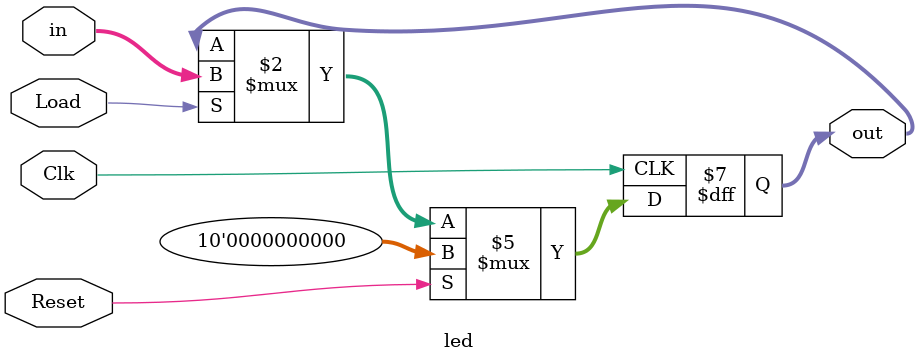
<source format=sv>
module Reg_16 (
	 input  logic Clk, Reset, Load,
    input  logic [15:0] in,
	 output logic [15:0] out
);
always_ff @ (posedge Clk)
begin
	if (Reset)
        out <= 16'h0000;
    else if (Load)
        out <= in;
end
endmodule


module led (
	 input  logic Clk, Reset, Load,
    input  logic [9:0] in,
	 output logic [9:0] out
);
always_ff @ (posedge Clk)
begin
	if (Reset)
        out <= 10'b0000000000;
    else if (Load)
        out <= in;
end
endmodule

</source>
